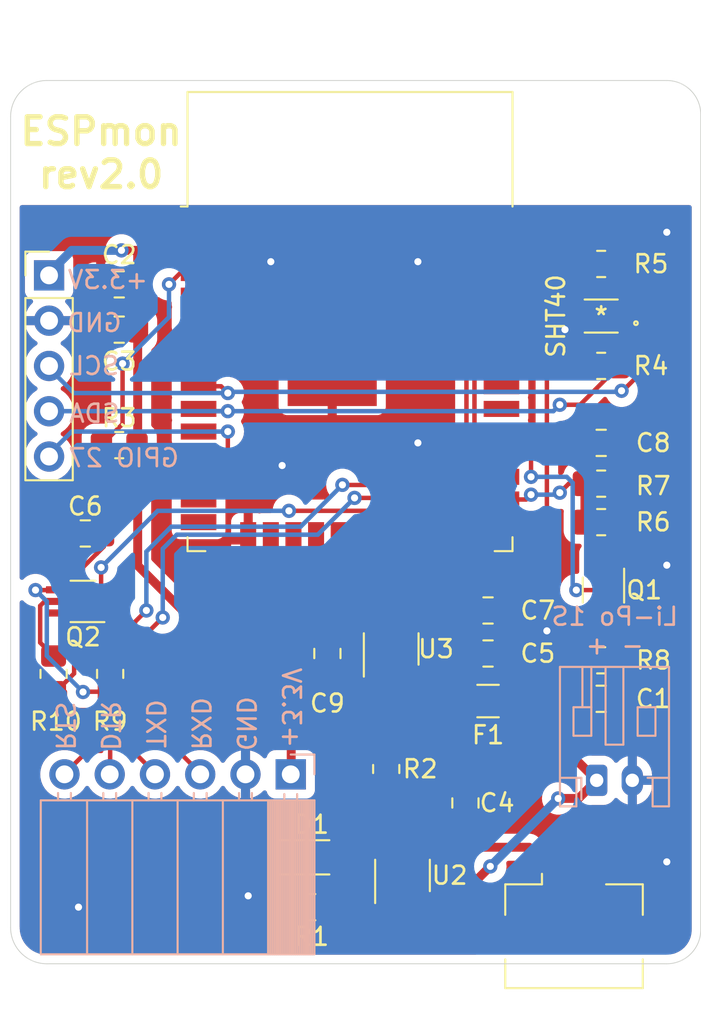
<source format=kicad_pcb>
(kicad_pcb (version 20211014) (generator pcbnew)
  (layers (0 "F.Cu" signal) (31 "B.Cu" signal) (34 "B.Paste" user) (35 "F.Paste" user) (36 "B.SilkS" user "B.Silkscreen") (37 "F.SilkS" user "F.Silkscreen") (38 "B.Mask" user) (39 "F.Mask" user) (44 "Edge.Cuts" user))
  (net 0 "")
  (net 1 "GND")
  (net 2 "+3V3")
  (net 3 "VCC")
  (net 4 "+BATT")
  (net 5 "Net-(D1-Pad1)")
  (net 6 "/ADC_M")
  (net 7 "/SDA")
  (net 8 "/RTS")
  (net 9 "/DTR")
  (net 10 "/TXD")
  (net 11 "/RXD")
  (net 12 "/SCL")
  (net 13 "/EN")
  (net 14 "Net-(Q1-Pad2)")
  (net 15 "Net-(C5-Pad1)")
  (net 16 "/IO0")
  (net 17 "/ADC_E")
  (net 18 "/IO27")
  (net 19 "Net-(Q2-Pad2)")
  (net 20 "Net-(Q1-Pad6)")
  (net 21 "Net-(Q2-Pad5)")
  (net 22 "Net-(R1-Pad2)")
  (net 23 "Net-(R2-Pad1)")
  (footprint "Capacitor_SMD:C_0805_2012Metric_Pad1.18x1.45mm_HandSolder" (layer "F.Cu") (at 183.007 79.121)
    (fp_text reference "C1" (at 2.921 0) (layer "F.SilkS"))
    (fp_text value "1u")
    (pad "1" smd roundrect locked (at -1.0375 0) (size 1.175 1.45) (layers "F.Cu" "F.Paste" "F.Mask") (roundrect_rratio 0.2127659574) (net 4 "+BATT"))
    (pad "2" smd roundrect locked (at 1.0375 0) (size 1.175 1.45) (layers "F.Cu" "F.Paste" "F.Mask") (roundrect_rratio 0.2127659574) (net 1 "GND"))
  )
  (footprint "Capacitor_SMD:C_0805_2012Metric_Pad1.18x1.45mm_HandSolder" (layer "F.Cu") (at 155.956 55.88 180)
    (fp_text reference "C2" (at 0 1.651) (layer "F.SilkS"))
    (fp_text value "100n")
    (pad "1" smd roundrect locked (at -1.0375 0 180) (size 1.175 1.45) (layers "F.Cu" "F.Paste" "F.Mask") (roundrect_rratio 0.2127659574) (net 2 "+3V3"))
    (pad "2" smd roundrect locked (at 1.0375 0 180) (size 1.175 1.45) (layers "F.Cu" "F.Paste" "F.Mask") (roundrect_rratio 0.2127659574) (net 1 "GND"))
  )
  (footprint "Capacitor_SMD:C_0805_2012Metric_Pad1.18x1.45mm_HandSolder" (layer "F.Cu") (at 167.64 76.581 -90)
    (fp_text reference "C9" (at 2.794 0 180) (layer "F.SilkS"))
    (fp_text value "100n")
    (pad "1" smd roundrect locked (at -1.0375 0 270) (size 1.175 1.45) (layers "F.Cu" "F.Paste" "F.Mask") (roundrect_rratio 0.2127659574) (net 2 "+3V3"))
    (pad "2" smd roundrect locked (at 1.0375 0 270) (size 1.175 1.45) (layers "F.Cu" "F.Paste" "F.Mask") (roundrect_rratio 0.2127659574) (net 1 "GND"))
  )
  (footprint "Capacitor_SMD:C_0805_2012Metric_Pad1.18x1.45mm_HandSolder" (layer "F.Cu") (at 183.007 64.77)
    (fp_text reference "C8" (at 2.921 0) (layer "F.SilkS"))
    (fp_text value "1u")
    (pad "1" smd roundrect locked (at -1.0375 0) (size 1.175 1.45) (layers "F.Cu" "F.Paste" "F.Mask") (roundrect_rratio 0.2127659574) (net 6 "/ADC_M"))
    (pad "2" smd roundrect locked (at 1.0375 0) (size 1.175 1.45) (layers "F.Cu" "F.Paste" "F.Mask") (roundrect_rratio 0.2127659574) (net 1 "GND"))
  )
  (footprint "Capacitor_SMD:C_0805_2012Metric_Pad1.18x1.45mm_HandSolder" (layer "F.Cu") (at 176.657 74.168)
    (fp_text reference "C7" (at 2.794 0) (layer "F.SilkS"))
    (fp_text value "2.2u")
    (pad "1" smd roundrect locked (at -1.0375 0) (size 1.175 1.45) (layers "F.Cu" "F.Paste" "F.Mask") (roundrect_rratio 0.2127659574) (net 2 "+3V3"))
    (pad "2" smd roundrect locked (at 1.0375 0) (size 1.175 1.45) (layers "F.Cu" "F.Paste" "F.Mask") (roundrect_rratio 0.2127659574) (net 1 "GND"))
  )
  (footprint "Capacitor_SMD:C_0805_2012Metric_Pad1.18x1.45mm_HandSolder" (layer "F.Cu") (at 154.051 69.85 180)
    (fp_text reference "C6" (at 0 1.524) (layer "F.SilkS"))
    (fp_text value "1u")
    (pad "1" smd roundrect locked (at -1.0375 0 180) (size 1.175 1.45) (layers "F.Cu" "F.Paste" "F.Mask") (roundrect_rratio 0.2127659574) (net 13 "/EN"))
    (pad "2" smd roundrect locked (at 1.0375 0 180) (size 1.175 1.45) (layers "F.Cu" "F.Paste" "F.Mask") (roundrect_rratio 0.2127659574) (net 1 "GND"))
  )
  (footprint "Diode_SMD:D_0805_2012Metric_Pad1.15x1.40mm_HandSolder" (layer "F.Cu") (at 166.751 88.011)
    (fp_text reference "D1" (at 0 -1.8415) (layer "F.SilkS"))
    (fp_text value "red")
    (pad "1" smd roundrect locked (at -1.025 0) (size 1.15 1.4) (layers "F.Cu" "F.Paste" "F.Mask") (roundrect_rratio 0.2173904348) (net 5 "Net-(D1-Pad1)"))
    (pad "2" smd roundrect locked (at 1.025 0) (size 1.15 1.4) (layers "F.Cu" "F.Paste" "F.Mask") (roundrect_rratio 0.2173904348) (net 3 "VCC"))
  )
  (footprint "Fuse:Fuse_1206_3216Metric_Pad1.42x1.75mm_HandSolder" (layer "F.Cu") (at 176.657 79.248 180)
    (fp_text reference "F1" (at 0 -1.905) (layer "F.SilkS"))
    (fp_text value "1206L050")
    (pad "1" smd roundrect locked (at -1.4875 0 180) (size 1.425 1.75) (layers "F.Cu" "F.Paste" "F.Mask") (roundrect_rratio 0.1754385965) (net 4 "+BATT"))
    (pad "2" smd roundrect locked (at 1.4875 0 180) (size 1.425 1.75) (layers "F.Cu" "F.Paste" "F.Mask") (roundrect_rratio 0.1754385965) (net 15 "Net-(C5-Pad1)"))
  )
  (footprint "Connector_USB:USB_Micro-B_Amphenol_10104110_Horizontal" (layer "F.Cu") (at 181.483 91.186)
    (fp_text reference "J4" hide)
    (fp_text value "USB")
    (pad "1" smd rect locked (at -1.3 -1.55) (size 0.4 1.4) (layers "F.Cu" "F.Paste" "F.Mask") (net 3 "VCC"))
    (pad "2" smd rect locked (at -0.65 -1.55) (size 0.4 1.4) (layers "F.Cu" "F.Paste" "F.Mask"))
    (pad "3" smd rect locked (at 0 -1.55) (size 0.4 1.4) (layers "F.Cu" "F.Paste" "F.Mask"))
    (pad "4" smd rect locked (at 0.65 -1.55) (size 0.4 1.4) (layers "F.Cu" "F.Paste" "F.Mask"))
    (pad "5" smd rect locked (at 1.3 -1.55) (size 0.4 1.4) (layers "F.Cu" "F.Paste" "F.Mask") (net 1 "GND"))
    (pad "6" smd rect locked (at -1.15 1.3) (size 1.8 1.9) (layers "F.Cu" "F.Paste" "F.Mask") (net 1 "GND"))
    (pad "6" smd rect locked (at 1.15 1.3) (size 1.8 1.9) (layers "F.Cu" "F.Paste" "F.Mask") (net 1 "GND"))
    (pad "6" smd rect locked (at 3.75 1.3) (size 2.3 1.9) (layers "F.Cu" "F.Paste" "F.Mask") (net 1 "GND"))
    (pad "6" smd rect locked (at -3.75 1.3) (size 2.3 1.9) (layers "F.Cu" "F.Paste" "F.Mask") (net 1 "GND"))
  )
  (footprint "Package_TO_SOT_SMD:SOT-363_SC-70-6_Handsoldering" (layer "F.Cu") (at 183.134 73.025 -90)
    (fp_text reference "Q1" (at 0 -2.286 -180) (layer "F.SilkS"))
    (fp_text value "NTJD1155L")
    (pad "1" smd rect locked (at -1.33 -0.65 270) (size 1.5 0.4) (layers "F.Cu" "F.Paste" "F.Mask") (net 1 "GND"))
    (pad "2" smd rect locked (at -1.33 0 270) (size 1.5 0.4) (layers "F.Cu" "F.Paste" "F.Mask") (net 14 "Net-(Q1-Pad2)"))
    (pad "3" smd rect locked (at -1.33 0.65 270) (size 1.5 0.4) (layers "F.Cu" "F.Paste" "F.Mask") (net 14 "Net-(Q1-Pad2)"))
    (pad "4" smd rect locked (at 1.33 0.65 270) (size 1.5 0.4) (layers "F.Cu" "F.Paste" "F.Mask") (net 4 "+BATT"))
    (pad "5" smd rect locked (at 1.33 0 270) (size 1.5 0.4) (layers "F.Cu" "F.Paste" "F.Mask") (net 17 "/ADC_E"))
    (pad "6" smd rect locked (at 1.33 -0.65 270) (size 1.5 0.4) (layers "F.Cu" "F.Paste" "F.Mask") (net 20 "Net-(Q1-Pad6)"))
  )
  (footprint "Resistor_SMD:R_0805_2012Metric_Pad1.20x1.40mm_HandSolder" (layer "F.Cu") (at 183.007 60.452)
    (fp_text reference "R4" (at 2.794 0) (layer "F.SilkS"))
    (fp_text value "10k")
    (pad "1" smd roundrect locked (at -1 0) (size 1.2 1.4) (layers "F.Cu" "F.Paste" "F.Mask") (roundrect_rratio 0.2083325) (net 2 "+3V3"))
    (pad "2" smd roundrect locked (at 1 0) (size 1.2 1.4) (layers "F.Cu" "F.Paste" "F.Mask") (roundrect_rratio 0.2083325) (net 7 "/SDA"))
  )
  (footprint "Resistor_SMD:R_0805_2012Metric_Pad1.20x1.40mm_HandSolder" (layer "F.Cu") (at 155.956 64.897 180)
    (fp_text reference "R3" (at 0 1.524) (layer "F.SilkS"))
    (fp_text value "10k")
    (pad "1" smd roundrect locked (at -1 0 180) (size 1.2 1.4) (layers "F.Cu" "F.Paste" "F.Mask") (roundrect_rratio 0.2083325) (net 2 "+3V3"))
    (pad "2" smd roundrect locked (at 1 0 180) (size 1.2 1.4) (layers "F.Cu" "F.Paste" "F.Mask") (roundrect_rratio 0.2083325) (net 13 "/EN"))
  )
  (footprint "Resistor_SMD:R_0805_2012Metric_Pad1.20x1.40mm_HandSolder" (layer "F.Cu") (at 155.448 77.724 -90)
    (fp_text reference "R9" (at 2.667 0 180) (layer "F.SilkS"))
    (fp_text value "10k")
    (pad "1" smd roundrect locked (at -1 0 270) (size 1.2 1.4) (layers "F.Cu" "F.Paste" "F.Mask") (roundrect_rratio 0.2083325) (net 19 "Net-(Q2-Pad2)"))
    (pad "2" smd roundrect locked (at 1 0 270) (size 1.2 1.4) (layers "F.Cu" "F.Paste" "F.Mask") (roundrect_rratio 0.2083325) (net 9 "/DTR"))
  )
  (footprint "Resistor_SMD:R_0805_2012Metric_Pad1.20x1.40mm_HandSolder" (layer "F.Cu") (at 152.273 77.724 -90)
    (fp_text reference "R10" (at 2.667 -0.127 180) (layer "F.SilkS"))
    (fp_text value "10k")
    (pad "1" smd roundrect locked (at -1 0 270) (size 1.2 1.4) (layers "F.Cu" "F.Paste" "F.Mask") (roundrect_rratio 0.2083325) (net 21 "Net-(Q2-Pad5)"))
    (pad "2" smd roundrect locked (at 1 0 270) (size 1.2 1.4) (layers "F.Cu" "F.Paste" "F.Mask") (roundrect_rratio 0.2083325) (net 8 "/RTS"))
  )
  (footprint "Resistor_SMD:R_0805_2012Metric_Pad1.20x1.40mm_HandSolder" (layer "F.Cu") (at 183.007 76.962 180)
    (fp_text reference "R8" (at -2.937 0) (layer "F.SilkS"))
    (fp_text value "1m")
    (pad "1" smd roundrect locked (at -1 0 180) (size 1.2 1.4) (layers "F.Cu" "F.Paste" "F.Mask") (roundrect_rratio 0.2083325) (net 20 "Net-(Q1-Pad6)"))
    (pad "2" smd roundrect locked (at 1 0 180) (size 1.2 1.4) (layers "F.Cu" "F.Paste" "F.Mask") (roundrect_rratio 0.2083325) (net 4 "+BATT"))
  )
  (footprint "Resistor_SMD:R_0805_2012Metric_Pad1.20x1.40mm_HandSolder" (layer "F.Cu") (at 183.007 67.056)
    (fp_text reference "R7" (at 2.921 0.127) (layer "F.SilkS"))
    (fp_text value "10k")
    (pad "1" smd roundrect locked (at -1 0) (size 1.2 1.4) (layers "F.Cu" "F.Paste" "F.Mask") (roundrect_rratio 0.2083325) (net 6 "/ADC_M"))
    (pad "2" smd roundrect locked (at 1 0) (size 1.2 1.4) (layers "F.Cu" "F.Paste" "F.Mask") (roundrect_rratio 0.2083325) (net 1 "GND"))
  )
  (footprint "Package_TO_SOT_SMD:TSOT-23-5_HandSoldering" (layer "F.Cu") (at 171.831 89.027 90)
    (fp_text reference "U2" (at 0 2.667 180) (layer "F.SilkS"))
    (fp_text value "TC4054GR")
    (pad "1" smd rect locked (at -1.71 -0.95 90) (size 2 0.65) (layers "F.Cu" "F.Paste" "F.Mask") (net 22 "Net-(R1-Pad2)"))
    (pad "2" smd rect locked (at -1.71 0 90) (size 2 0.65) (layers "F.Cu" "F.Paste" "F.Mask") (net 1 "GND"))
    (pad "3" smd rect locked (at -1.71 0.95 90) (size 2 0.65) (layers "F.Cu" "F.Paste" "F.Mask") (net 4 "+BATT"))
    (pad "4" smd rect locked (at 1.71 0.95 90) (size 2 0.65) (layers "F.Cu" "F.Paste" "F.Mask") (net 3 "VCC"))
    (pad "5" smd rect locked (at 1.71 -0.95 90) (size 2 0.65) (layers "F.Cu" "F.Paste" "F.Mask") (net 23 "Net-(R2-Pad1)"))
  )
  (footprint "Capacitor_SMD:C_0805_2012Metric_Pad1.18x1.45mm_HandSolder" (layer "F.Cu") (at 176.657 76.581)
    (fp_text reference "C5" (at 2.794 0) (layer "F.SilkS"))
    (fp_text value "1u")
    (pad "1" smd roundrect locked (at -1.0375 0) (size 1.175 1.45) (layers "F.Cu" "F.Paste" "F.Mask") (roundrect_rratio 0.212766) (net 15 "Net-(C5-Pad1)"))
    (pad "2" smd roundrect locked (at 1.0375 0) (size 1.175 1.45) (layers "F.Cu" "F.Paste" "F.Mask") (roundrect_rratio 0.212766) (net 1 "GND"))
  )
  (footprint "Resistor_SMD:R_0805_2012Metric_Pad1.20x1.40mm_HandSolder" (layer "F.Cu") (at 166.735 90.805)
    (fp_text reference "R1" (at 0.016 1.651) (layer "F.SilkS"))
    (fp_text value "1k")
    (pad "1" smd roundrect locked (at -1 0) (size 1.2 1.4) (layers "F.Cu" "F.Paste" "F.Mask") (roundrect_rratio 0.208333) (net 5 "Net-(D1-Pad1)"))
    (pad "2" smd roundrect locked (at 1 0) (size 1.2 1.4) (layers "F.Cu" "F.Paste" "F.Mask") (roundrect_rratio 0.208333) (net 22 "Net-(R1-Pad2)"))
  )
  (footprint "Resistor_SMD:R_0805_2012Metric_Pad1.20x1.40mm_HandSolder" (layer "F.Cu") (at 170.942 83.058 90)
    (fp_text reference "R2" (at 0 1.905 180) (layer "F.SilkS"))
    (fp_text value "2k")
    (pad "1" smd roundrect locked (at -1 0 90) (size 1.2 1.4) (layers "F.Cu" "F.Paste" "F.Mask") (roundrect_rratio 0.208333) (net 23 "Net-(R2-Pad1)"))
    (pad "2" smd roundrect locked (at 1 0 90) (size 1.2 1.4) (layers "F.Cu" "F.Paste" "F.Mask") (roundrect_rratio 0.208333) (net 1 "GND"))
  )
  (footprint "Package_TO_SOT_SMD:TSOT-23-5_HandSoldering" (layer "F.Cu") (at 171.196 76.327 90)
    (fp_text reference "U3" (at 0 2.54 180) (layer "F.SilkS"))
    (fp_text value "RT9080-33GJ5S")
    (pad "1" smd rect locked (at -1.71 -0.95 90) (size 2 0.65) (layers "F.Cu" "F.Paste" "F.Mask") (net 15 "Net-(C5-Pad1)"))
    (pad "2" smd rect locked (at -1.71 0 90) (size 2 0.65) (layers "F.Cu" "F.Paste" "F.Mask") (net 1 "GND"))
    (pad "3" smd rect locked (at -1.71 0.95 90) (size 2 0.65) (layers "F.Cu" "F.Paste" "F.Mask") (net 15 "Net-(C5-Pad1)"))
    (pad "4" smd rect locked (at 1.71 0.95 90) (size 2 0.65) (layers "F.Cu" "F.Paste" "F.Mask"))
    (pad "5" smd rect locked (at 1.71 -0.95 90) (size 2 0.65) (layers "F.Cu" "F.Paste" "F.Mask") (net 2 "+3V3"))
  )
  (footprint "SHT40:SHT40-AD1B-R2" (layer "F.Cu") (at 183.007 57.658 180)
    (fp_text reference "U4" hide)
    (fp_text value "SHT40" (at 2.54 0 270) (layer "F.SilkS"))
    (fp_text user "*" (at 0 0) (layer "F.SilkS"))
    (pad "1" smd rect locked (at -0.7469 -0.399999 180) (size 0.706399 0.3056) (layers "F.Cu" "F.Paste" "F.Mask") (net 7 "/SDA"))
    (pad "2" smd rect locked (at -0.7469 0.399999 180) (size 0.706399 0.3056) (layers "F.Cu" "F.Paste" "F.Mask") (net 12 "/SCL"))
    (pad "3" smd rect locked (at 0.7469 0.399999 180) (size 0.706399 0.3056) (layers "F.Cu" "F.Paste" "F.Mask") (net 2 "+3V3"))
    (pad "4" smd rect locked (at 0.7469 -0.399999 180) (size 0.706399 0.3056) (layers "F.Cu" "F.Paste" "F.Mask") (net 1 "GND"))
  )
  (footprint "RF_Module:ESP32-WROOM-32" (layer "F.Cu") (at 168.91 60.96)
    (fp_text reference "U1" hide)
    (fp_text value "ESP32")
    (pad "1" smd rect locked (at -8.5 -8.255) (size 2 0.9) (layers "F.Cu" "F.Paste" "F.Mask") (net 1 "GND"))
    (pad "2" smd rect locked (at -8.5 -6.985) (size 2 0.9) (layers "F.Cu" "F.Paste" "F.Mask") (net 2 "+3V3"))
    (pad "3" smd rect locked (at -8.5 -5.715) (size 2 0.9) (layers "F.Cu" "F.Paste" "F.Mask") (net 13 "/EN"))
    (pad "4" smd rect locked (at -8.5 -4.445) (size 2 0.9) (layers "F.Cu" "F.Paste" "F.Mask"))
    (pad "5" smd rect locked (at -8.5 -3.175) (size 2 0.9) (layers "F.Cu" "F.Paste" "F.Mask"))
    (pad "6" smd rect locked (at -8.5 -1.905) (size 2 0.9) (layers "F.Cu" "F.Paste" "F.Mask"))
    (pad "7" smd rect locked (at -8.5 -0.635) (size 2 0.9) (layers "F.Cu" "F.Paste" "F.Mask"))
    (pad "8" smd rect locked (at -8.5 0.635) (size 2 0.9) (layers "F.Cu" "F.Paste" "F.Mask") (net 12 "/SCL"))
    (pad "9" smd rect locked (at -8.5 1.905) (size 2 0.9) (layers "F.Cu" "F.Paste" "F.Mask") (net 7 "/SDA"))
    (pad "10" smd rect locked (at -8.5 3.175) (size 2 0.9) (layers "F.Cu" "F.Paste" "F.Mask"))
    (pad "11" smd rect locked (at -8.5 4.445) (size 2 0.9) (layers "F.Cu" "F.Paste" "F.Mask"))
    (pad "12" smd rect locked (at -8.5 5.715) (size 2 0.9) (layers "F.Cu" "F.Paste" "F.Mask") (net 18 "/IO27"))
    (pad "13" smd rect locked (at -8.5 6.985) (size 2 0.9) (layers "F.Cu" "F.Paste" "F.Mask"))
    (pad "14" smd rect locked (at -8.5 8.255) (size 2 0.9) (layers "F.Cu" "F.Paste" "F.Mask"))
    (pad "15" smd rect locked (at -5.715 9.255 90) (size 2 0.9) (layers "F.Cu" "F.Paste" "F.Mask") (net 1 "GND"))
    (pad "16" smd rect locked (at -4.445 9.255 90) (size 2 0.9) (layers "F.Cu" "F.Paste" "F.Mask"))
    (pad "17" smd rect locked (at -3.175 9.255 90) (size 2 0.9) (layers "F.Cu" "F.Paste" "F.Mask"))
    (pad "18" smd rect locked (at -1.905 9.255 90) (size 2 0.9) (layers "F.Cu" "F.Paste" "F.Mask"))
    (pad "19" smd rect locked (at -0.635 9.255 90) (size 2 0.9) (layers "F.Cu" "F.Paste" "F.Mask"))
    (pad "20" smd rect locked (at 0.635 9.255 90) (size 2 0.9) (layers "F.Cu" "F.Paste" "F.Mask"))
    (pad "21" smd rect locked (at 1.905 9.255 90) (size 2 0.9) (layers "F.Cu" "F.Paste" "F.Mask"))
    (pad "22" smd rect locked (at 3.175 9.255 90) (size 2 0.9) (layers "F.Cu" "F.Paste" "F.Mask"))
    (pad "23" smd rect locked (at 4.445 9.255 90) (size 2 0.9) (layers "F.Cu" "F.Paste" "F.Mask"))
    (pad "24" smd rect locked (at 5.715 9.255 90) (size 2 0.9) (layers "F.Cu" "F.Paste" "F.Mask"))
    (pad "25" smd rect locked (at 8.5 8.255) (size 2 0.9) (layers "F.Cu" "F.Paste" "F.Mask") (net 16 "/IO0"))
    (pad "26" smd rect locked (at 8.5 6.985) (size 2 0.9) (layers "F.Cu" "F.Paste" "F.Mask") (net 6 "/ADC_M"))
    (pad "27" smd rect locked (at 8.5 5.715) (size 2 0.9) (layers "F.Cu" "F.Paste" "F.Mask"))
    (pad "28" smd rect locked (at 8.5 4.445) (size 2 0.9) (layers "F.Cu" "F.Paste" "F.Mask"))
    (pad "29" smd rect locked (at 8.5 3.175) (size 2 0.9) (layers "F.Cu" "F.Paste" "F.Mask") (net 17 "/ADC_E"))
    (pad "30" smd rect locked (at 8.5 1.905) (size 2 0.9) (layers "F.Cu" "F.Paste" "F.Mask"))
    (pad "31" smd rect locked (at 8.5 0.635) (size 2 0.9) (layers "F.Cu" "F.Paste" "F.Mask"))
    (pad "32" smd rect locked (at 8.5 -0.635) (size 2 0.9) (layers "F.Cu" "F.Paste" "F.Mask"))
    (pad "33" smd rect locked (at 8.5 -1.905) (size 2 0.9) (layers "F.Cu" "F.Paste" "F.Mask"))
    (pad "34" smd rect locked (at 8.5 -3.175) (size 2 0.9) (layers "F.Cu" "F.Paste" "F.Mask") (net 11 "/RXD"))
    (pad "35" smd rect locked (at 8.5 -4.445) (size 2 0.9) (layers "F.Cu" "F.Paste" "F.Mask") (net 10 "/TXD"))
    (pad "36" smd rect locked (at 8.5 -5.715) (size 2 0.9) (layers "F.Cu" "F.Paste" "F.Mask"))
    (pad "37" smd rect locked (at 8.5 -6.985) (size 2 0.9) (layers "F.Cu" "F.Paste" "F.Mask"))
    (pad "38" smd rect locked (at 8.5 -8.255) (size 2 0.9) (layers "F.Cu" "F.Paste" "F.Mask") (net 1 "GND"))
    (pad "39" smd rect locked (at -1 -0.755) (size 5 5) (layers "F.Cu" "F.Paste" "F.Mask") (net 1 "GND"))
  )
  (footprint "Capacitor_SMD:C_0805_2012Metric_Pad1.18x1.45mm_HandSolder" (layer "F.Cu") (at 155.956 58.42 180)
    (fp_text reference "C3" (at 0 -1.778) (layer "F.SilkS"))
    (fp_text value "10u")
    (pad "1" smd roundrect locked (at -1.0375 0 180) (size 1.175 1.45) (layers "F.Cu" "F.Paste" "F.Mask") (roundrect_rratio 0.212766) (net 2 "+3V3"))
    (pad "2" smd roundrect locked (at 1.0375 0 180) (size 1.175 1.45) (layers "F.Cu" "F.Paste" "F.Mask") (roundrect_rratio 0.212766) (net 1 "GND"))
  )
  (footprint "Package_TO_SOT_SMD:SOT-363_SC-70-6_Handsoldering" (layer "F.Cu") (at 153.924 73.66 180)
    (fp_text reference "Q2" (at 0 -2) (layer "F.SilkS"))
    (fp_text value "MMDT3904")
    (pad "1" smd rect locked (at -1.33 -0.65 180) (size 1.5 0.4) (layers "F.Cu" "F.Paste" "F.Mask") (net 8 "/RTS"))
    (pad "2" smd rect locked (at -1.33 0 180) (size 1.5 0.4) (layers "F.Cu" "F.Paste" "F.Mask") (net 19 "Net-(Q2-Pad2)"))
    (pad "3" smd rect locked (at -1.33 0.65 180) (size 1.5 0.4) (layers "F.Cu" "F.Paste" "F.Mask") (net 16 "/IO0"))
    (pad "4" smd rect locked (at 1.33 0.65 180) (size 1.5 0.4) (layers "F.Cu" "F.Paste" "F.Mask") (net 9 "/DTR"))
    (pad "5" smd rect locked (at 1.33 0 180) (size 1.5 0.4) (layers "F.Cu" "F.Paste" "F.Mask") (net 21 "Net-(Q2-Pad5)"))
    (pad "6" smd rect locked (at 1.33 -0.65 180) (size 1.5 0.4) (layers "F.Cu" "F.Paste" "F.Mask") (net 13 "/EN"))
  )
  (footprint "Resistor_SMD:R_0805_2012Metric_Pad1.20x1.40mm_HandSolder" (layer "F.Cu") (at 183.007 54.737)
    (fp_text reference "R5" (at 2.794 0) (layer "F.SilkS"))
    (fp_text value "10k")
    (pad "1" smd roundrect locked (at -1 0) (size 1.2 1.4) (layers "F.Cu" "F.Paste" "F.Mask") (roundrect_rratio 0.208333) (net 2 "+3V3"))
    (pad "2" smd roundrect locked (at 1 0) (size 1.2 1.4) (layers "F.Cu" "F.Paste" "F.Mask") (roundrect_rratio 0.208333) (net 12 "/SCL"))
  )
  (footprint "Capacitor_SMD:C_0805_2012Metric_Pad1.18x1.45mm_HandSolder" (layer "F.Cu") (at 175.387 84.963 90)
    (fp_text reference "C4" (at 0 1.778 180) (layer "F.SilkS"))
    (fp_text value "1u")
    (pad "1" smd roundrect locked (at -1.0375 0 90) (size 1.175 1.45) (layers "F.Cu" "F.Paste" "F.Mask") (roundrect_rratio 0.212766) (net 3 "VCC"))
    (pad "2" smd roundrect locked (at 1.0375 0 90) (size 1.175 1.45) (layers "F.Cu" "F.Paste" "F.Mask") (roundrect_rratio 0.212766) (net 1 "GND"))
  )
  (footprint "Resistor_SMD:R_0805_2012Metric_Pad1.20x1.40mm_HandSolder" (layer "F.Cu") (at 183.007 69.215 180)
    (fp_text reference "R6" (at -2.921 0) (layer "F.SilkS"))
    (fp_text value "100k")
    (pad "1" smd roundrect locked (at -1 0 180) (size 1.2 1.4) (layers "F.Cu" "F.Paste" "F.Mask") (roundrect_rratio 0.208333) (net 14 "Net-(Q1-Pad2)"))
    (pad "2" smd roundrect locked (at 1 0 180) (size 1.2 1.4) (layers "F.Cu" "F.Paste" "F.Mask") (roundrect_rratio 0.208333) (net 6 "/ADC_M"))
  )
  (footprint "Connector_PinHeader_2.54mm:PinHeader_1x05_P2.54mm_Vertical" (layer "F.Cu") (at 152.019 55.377)
    (fp_text reference "J1" hide)
    (fp_text value "I2C")
    (pad "1" thru_hole rect locked (at 0 0) (size 1.7 1.7) (drill 1) (layers *.Cu *.Mask) (net 2 "+3V3"))
    (pad "2" thru_hole oval locked (at 0 2.54) (size 1.7 1.7) (drill 1) (layers *.Cu *.Mask) (net 1 "GND"))
    (pad "3" thru_hole oval locked (at 0 5.08) (size 1.7 1.7) (drill 1) (layers *.Cu *.Mask) (net 12 "/SCL"))
    (pad "4" thru_hole oval locked (at 0 7.62) (size 1.7 1.7) (drill 1) (layers *.Cu *.Mask) (net 7 "/SDA"))
    (pad "5" thru_hole oval locked (at 0 10.16) (size 1.7 1.7) (drill 1) (layers *.Cu *.Mask) (net 18 "/IO27"))
  )
  (footprint "Connector_JST:JST_PH_S2B-PH-K_1x02_P2.00mm_Horizontal" (layer "B.Cu") (at 182.753 83.693)
    (fp_text reference "J3" hide)
    (fp_text value "BAT")
    (pad "1" thru_hole roundrect locked (at 0 0) (size 1.2 1.75) (drill 0.75) (layers *.Cu *.Mask) (roundrect_rratio 0.208333) (net 4 "+BATT"))
    (pad "2" thru_hole oval locked (at 2 0) (size 1.2 1.75) (drill 0.75) (layers *.Cu *.Mask) (net 1 "GND"))
  )
  (footprint "Connector_PinSocket_2.54mm:PinSocket_1x06_P2.54mm_Horizontal" (layer "B.Cu") (at 165.583 83.357 90)
    (fp_text reference "J2" hide)
    (fp_text value "UART")
    (pad "1" thru_hole rect locked (at 0 0 90) (size 1.7 1.7) (drill 1) (layers *.Cu *.Mask) (net 2 "+3V3"))
    (pad "2" thru_hole oval locked (at 0 -2.54 90) (size 1.7 1.7) (drill 1) (layers *.Cu *.Mask) (net 1 "GND"))
    (pad "3" thru_hole oval locked (at 0 -5.08 90) (size 1.7 1.7) (drill 1) (layers *.Cu *.Mask) (net 11 "/RXD"))
    (pad "4" thru_hole oval locked (at 0 -7.62 90) (size 1.7 1.7) (drill 1) (layers *.Cu *.Mask) (net 10 "/TXD"))
    (pad "5" thru_hole oval locked (at 0 -10.16 90) (size 1.7 1.7) (drill 1) (layers *.Cu *.Mask) (net 9 "/DTR"))
    (pad "6" thru_hole oval locked (at 0 -12.7 90) (size 1.7 1.7) (drill 1) (layers *.Cu *.Mask) (net 8 "/RTS"))
  )
  (gr_line (start 186.69 93.98) (end 151.892 93.98) (layer "Edge.Cuts") (width 0.05))
  (gr_arc (start 151.892 93.98) (mid 150.455159 93.384841) (end 149.86 91.948) (layer "Edge.Cuts") (width 0.05))
  (gr_arc (start 188.595 92.075) (mid 188.037038 93.422038) (end 186.69 93.98) (layer "Edge.Cuts") (width 0.05))
  (gr_arc (start 149.86 46.482) (mid 150.455159 45.045159) (end 151.892 44.45) (layer "Edge.Cuts") (width 0.05))
  (gr_line (start 188.595 46.355) (end 188.595 92.075) (layer "Edge.Cuts") (width 0.05))
  (gr_line (start 151.892 44.45) (end 186.69 44.45) (layer "Edge.Cuts") (width 0.05))
  (gr_arc (start 186.69 44.45) (mid 188.037038 45.007962) (end 188.595 46.355) (layer "Edge.Cuts") (width 0.05))
  (gr_line (start 149.86 91.948) (end 149.86 46.482) (layer "Edge.Cuts") (width 0.05))
  (gr_text "SDA" (at 154.559 63.119) (layer "B.SilkS") (effects (font (size 1 1)) (justify mirror)))
  (gr_text "+3.3V" (at 165.608 79.629 -90) (layer "B.SilkS") (effects (font (size 1 1)) (justify mirror)))
  (gr_text "Li-Po 1S\n- +" (at 183.769 75.311) (layer "B.SilkS") (effects (font (size 1 1)) (justify mirror)))
  (gr_text "RTS" (at 152.908 80.645 -90) (layer "B.SilkS") (effects (font (size 1 1)) (justify mirror)))
  (gr_text "DTR" (at 155.448 80.645 -90) (layer "B.SilkS") (effects (font (size 1 1)) (justify mirror)))
  (gr_text "SCL\n" (at 154.559 60.452) (layer "B.SilkS") (effects (font (size 1 1)) (justify mirror)))
  (gr_text "GPIO 27\n\n" (at 156.21 66.421) (layer "B.SilkS") (effects (font (size 1 1)) (justify mirror)))
  (gr_text "+3.3V" (at 155.321 55.626) (layer "B.SilkS") (effects (font (size 1 1)) (justify mirror)))
  (gr_text "RXD" (at 160.528 80.518 -90) (layer "B.SilkS") (effects (font (size 1 1)) (justify mirror)))
  (gr_text "GND" (at 163.068 80.518 -90) (layer "B.SilkS") (effects (font (size 1 1)) (justify mirror)))
  (gr_text "TXD" (at 157.988 80.518 -90) (layer "B.SilkS") (effects (font (size 1 1)) (justify mirror)))
  (gr_text "GND" (at 154.559 58.039) (layer "B.SilkS") (effects (font (size 1 1)) (justify mirror)))
  (gr_text "ESPmon\nrev2.0" (at 154.94 48.514) (layer "F.SilkS") (effects (font (size 1.5 1.5) (thickness 0.3))))
  (segment (start 171.831 90.8685) (end 171.831 92.5195) (width 0.5) (layer "F.Cu") (net 1))
  (segment (start 171.196 78.037) (end 171.196 80.0735) (width 0.5) (layer "F.Cu") (net 1))
  (via (at 165.1 66.04) (size 0.8) (drill 0.4) (layers "F.Cu" "B.Cu") (net 1))
  (via (at 164.465 54.61) (size 0.8) (drill 0.4) (layers "F.Cu" "B.Cu") (net 1))
  (via (at 172.72 64.77) (size 0.8) (drill 0.4) (layers "F.Cu" "B.Cu") (net 1))
  (via (at 163.195 90.17) (size 0.8) (drill 0.4) (layers "F.Cu" "B.Cu") (net 1))
  (via (at 186.69 52.959) (size 0.8) (drill 0.4) (layers "F.Cu" "B.Cu") (net 1))
  (via (at 186.69 88.265) (size 0.8) (drill 0.4) (layers "F.Cu" "B.Cu") (net 1))
  (via (at 179.959 75.311) (size 0.8) (drill 0.4) (layers "F.Cu" "B.Cu") (net 1))
  (via (at 186.69 71.628) (size 0.8) (drill 0.4) (layers "F.Cu" "B.Cu") (net 1))
  (via (at 180.975 58.42) (size 0.8) (drill 0.4) (layers "F.Cu" "B.Cu") (net 1))
  (via (at 172.72 54.61) (size 0.8) (drill 0.4) (layers "F.Cu" "B.Cu") (net 1))
  (via (at 153.67 90.805) (size 0.8) (drill 0.4) (layers "F.Cu" "B.Cu") (net 1))
  (segment (start 156.9935 54.1235) (end 156.845 53.975) (width 0.5) (layer "F.Cu") (net 2))
  (segment (start 175.641 72.898) (end 178.943 72.898) (width 0.25) (layer "F.Cu") (net 2))
  (segment (start 178.943 72.898) (end 179.959 71.882) (width 0.25) (layer "F.Cu") (net 2))
  (segment (start 159.512 74.168) (end 165.608 74.168) (width 0.5) (layer "F.Cu") (net 2))
  (segment (start 171.069 72.898) (end 170.246 73.721) (width 0.25) (layer "F.Cu") (net 2))
  (segment (start 171.069 72.898) (end 175.641 72.898) (width 0.25) (layer "F.Cu") (net 2))
  (segment (start 169.797 74.168) (end 170.246 74.617) (width 0.5) (layer "F.Cu") (net 2))
  (segment (start 179.959 60.579) (end 179.959 56.912) (width 0.25) (layer "F.Cu") (net 2))
  (segment (start 165.608 74.168) (end 167.64 74.168) (width 0.5) (layer "F.Cu") (net 2))
  (segment (start 165.608 83.312) (end 165.608 74.168) (width 0.5) (layer "F.Cu") (net 2))
  (segment (start 156.9935 58.42) (end 156.9935 71.6495) (width 0.5) (layer "F.Cu") (net 2))
  (segment (start 170.246 73.721) (end 170.246 74.617) (width 0.25) (layer "F.Cu") (net 2))
  (segment (start 179.959 71.882) (end 179.959 60.579) (width 0.25) (layer "F.Cu") (net 2))
  (segment (start 182.007 60.452) (end 180.086 60.452) (width 0.25) (layer "F.Cu") (net 2))
  (segment (start 156.9935 55.372) (end 156.9935 54.1235) (width 0.5) (layer "F.Cu") (net 2))
  (segment (start 182.2601 57.258001) (end 182.2601 55.1171) (width 0.25) (layer "F.Cu") (net 2))
  (segment (start 167.64 74.168) (end 169.797 74.168) (width 0.5) (layer "F.Cu") (net 2))
  (segment (start 156.9935 71.6495) (end 159.512 74.168) (width 0.5) (layer "F.Cu") (net 2))
  (segment (start 179.959 56.912) (end 182.007 54.864) (width 0.25) (layer "F.Cu") (net 2))
  (segment (start 167.767 75.5435) (end 167.767 74.295) (width 0.25) (layer "F.Cu") (net 2))
  (segment (start 167.767 74.295) (end 167.64 74.168) (width 0.25) (layer "F.Cu") (net 2))
  (segment (start 180.086 60.452) (end 179.959 60.579) (width 0.25) (layer "F.Cu") (net 2))
  (segment (start 175.6195 72.9195) (end 175.641 72.898) (width 0.25) (layer "F.Cu") (net 2))
  (segment (start 160.41 53.975) (end 156.845 53.975) (width 0.5) (layer "F.Cu") (net 2))
  (segment (start 175.6195 74.168) (end 175.6195 72.9195) (width 0.25) (layer "F.Cu") (net 2))
  (segment (start 156.9935 58.42) (end 156.9935 55.372) (width 0.5) (layer "F.Cu") (net 2))
  (segment (start 156.083 53.975) (end 156.845 53.975) (width 0.5) (layer "F.Cu") (net 2))
  (via (at 156.083 53.975) (size 0.8) (drill 0.4) (layers "F.Cu" "B.Cu") (net 2))
  (segment (start 153.289 53.975) (end 151.892 55.372) (width 0.5) (layer "B.Cu") (net 2))
  (segment (start 156.083 53.975) (end 153.289 53.975) (width 0.5) (layer "B.Cu") (net 2))
  (segment (start 175.319 87.444) (end 178.950999 87.444) (width 0.5) (layer "F.Cu") (net 3))
  (segment (start 178.950999 87.444) (end 180.183 88.676001) (width 0.5) (layer "F.Cu") (net 3))
  (segment (start 175.387 87.376) (end 175.319 87.444) (width 0.25) (layer "F.Cu") (net 3))
  (segment (start 167.776 88.011) (end 168.534001 88.769001) (width 0.25) (layer "F.Cu") (net 3))
  (segment (start 168.534001 88.769001) (end 171.455999 88.769001) (width 0.25) (layer "F.Cu") (net 3))
  (segment (start 180.183 89.786) (end 180.183 88.676001) (width 0.5) (layer "F.Cu") (net 3))
  (segment (start 171.455999 88.769001) (end 172.781 87.444) (width 0.25) (layer "F.Cu") (net 3))
  (segment (start 175.387 86.0005) (end 175.387 87.376) (width 0.25) (layer "F.Cu") (net 3))
  (segment (start 172.781 87.444) (end 175.319 87.444) (width 0.5) (layer "F.Cu") (net 3))
  (segment (start 174.439 90.864) (end 176.784 88.519) (width 0.5) (layer "F.Cu") (net 4))
  (segment (start 182.484 76.485) (end 182.007 76.962) (width 0.25) (layer "F.Cu") (net 4))
  (segment (start 181.737 84.709) (end 182.753 83.693) (width 0.5) (layer "F.Cu") (net 4))
  (segment (start 182.484 74.355) (end 182.484 76.485) (width 0.25) (layer "F.Cu") (net 4))
  (segment (start 178.308 79.248) (end 180.2765 81.2165) (width 0.5) (layer "F.Cu") (net 4))
  (segment (start 180.2765 81.2165) (end 182.753 83.693) (width 0.5) (layer "F.Cu") (net 4))
  (segment (start 172.781 90.864) (end 174.439 90.864) (width 0.5) (layer "F.Cu") (net 4))
  (segment (start 180.594 84.709) (end 181.737 84.709) (width 0.5) (layer "F.Cu") (net 4))
  (segment (start 181.9695 79.5235) (end 180.2765 81.2165) (width 0.25) (layer "F.Cu") (net 4))
  (segment (start 181.9695 79.121) (end 181.9695 76.9995) (width 0.25) (layer "F.Cu") (net 4))
  (via (at 176.784 88.519) (size 0.8) (drill 0.4) (layers "F.Cu" "B.Cu") (net 4))
  (via (at 180.594 84.709) (size 0.8) (drill 0.4) (layers "F.Cu" "B.Cu") (net 4))
  (segment (start 176.784 88.519) (end 180.594 84.709) (width 0.5) (layer "B.Cu") (net 4))
  (segment (start 165.726 88.011) (end 165.726 90.78) (width 0.25) (layer "F.Cu") (net 5))
  (segment (start 181.9695 64.77) (end 181.9695 69.1775) (width 0.25) (layer "F.Cu") (net 6))
  (segment (start 180.683511 67.564) (end 181.191511 67.056) (width 0.25) (layer "F.Cu") (net 6))
  (segment (start 179.07 67.674503) (end 178.799503 67.945) (width 0.25) (layer "F.Cu") (net 6))
  (segment (start 181.191511 67.056) (end 182.007 67.056) (width 0.25) (layer "F.Cu") (net 6))
  (segment (start 178.799503 67.945) (end 177.41 67.945) (width 0.25) (layer "F.Cu") (net 6))
  (via (at 180.683511 67.564) (size 0.8) (drill 0.4) (layers "F.Cu" "B.Cu") (net 6))
  (via (at 179.07 67.674503) (size 0.8) (drill 0.4) (layers "F.Cu" "B.Cu") (net 6))
  (segment (start 180.573008 67.674503) (end 179.07 67.674503) (width 0.25) (layer "B.Cu") (net 6))
  (segment (start 180.683511 67.564) (end 180.573008 67.674503) (width 0.25) (layer "B.Cu") (net 6))
  (segment (start 162.052 62.992) (end 160.537 62.992) (width 0.25) (layer "F.Cu") (net 7))
  (segment (start 183.7539 58.057999) (end 183.7539 60.1989) (width 0.25) (layer "F.Cu") (net 7))
  (segment (start 181.826653 62.632347) (end 184.007 60.452) (width 0.25) (layer "F.Cu") (net 7))
  (segment (start 180.6835 62.632347) (end 181.826653 62.632347) (width 0.25) (layer "F.Cu") (net 7))
  (via (at 180.6835 62.632347) (size 0.8) (drill 0.4) (layers "F.Cu" "B.Cu") (net 7))
  (via (at 162.052 62.992) (size 0.8) (drill 0.4) (layers "F.Cu" "B.Cu") (net 7))
  (segment (start 151.892 62.992) (end 162.052 62.992) (width 0.25) (layer "B.Cu") (net 7))
  (segment (start 162.052 62.992) (end 180.323847 62.992) (width 0.25) (layer "B.Cu") (net 7))
  (segment (start 180.323847 62.992) (end 180.6835 62.632347) (width 0.25) (layer "B.Cu") (net 7))
  (segment (start 152.908 78.724) (end 152.908 79.248) (width 0.25) (layer "F.Cu") (net 8))
  (segment (start 154.178 82.042) (end 154.94 82.042) (width 0.25) (layer "F.Cu") (net 8))
  (segment (start 152.4 78.724) (end 153.42501 77.69899) (width 0.25) (layer "F.Cu") (net 8))
  (segment (start 152.908 83.312) (end 154.178 82.042) (width 0.25) (layer "F.Cu") (net 8))
  (segment (start 153.42501 75.82499) (end 154.94 74.31) (width 0.25) (layer "F.Cu") (net 8))
  (segment (start 152.4 78.74) (end 152.4 78.724) (width 0.25) (layer "F.Cu") (net 8))
  (segment (start 153.42501 77.69899) (end 153.42501 75.82499) (width 0.25) (layer "F.Cu") (net 8))
  (segment (start 154.94 80.01) (end 154.686 79.756) (width 0.25) (layer "F.Cu") (net 8))
  (segment (start 154.94 82.042) (end 154.94 80.01) (width 0.25) (layer "F.Cu") (net 8))
  (segment (start 153.416 79.756) (end 152.4 78.74) (width 0.25) (layer "F.Cu") (net 8))
  (segment (start 154.686 79.756) (end 153.416 79.756) (width 0.25) (layer "F.Cu") (net 8))
  (segment (start 153.94 78.724) (end 153.924 78.74) (width 0.25) (layer "F.Cu") (net 9))
  (segment (start 155.448 83.312) (end 155.448 78.724) (width 0.25) (layer "F.Cu") (net 9))
  (segment (start 155.448 78.724) (end 153.94 78.724) (width 0.25) (layer "F.Cu") (net 9))
  (segment (start 151.257 73.025) (end 153.025 73.025) (width 0.25) (layer "F.Cu") (net 9))
  (via (at 153.924 78.74) (size 0.8) (drill 0.4) (layers "F.Cu" "B.Cu") (net 9))
  (via (at 151.257 73.025) (size 0.8) (drill 0.4) (layers "F.Cu" "B.Cu") (net 9))
  (segment (start 151.892 73.66) (end 151.257 73.025) (width 0.25) (layer "B.Cu") (net 9))
  (segment (start 153.924 78.74) (end 151.892 76.708) (width 0.25) (layer "B.Cu") (net 9))
  (segment (start 151.892 76.708) (end 151.892 73.66) (width 0.25) (layer "B.Cu") (net 9))
  (segment (start 175.44548 57.34552) (end 176.276 56.515) (width 0.25) (layer "F.Cu") (net 10))
  (segment (start 157.988 83.312) (end 156.844521 82.168521) (width 0.25) (layer "F.Cu") (net 10))
  (segment (start 176.276 56.515) (end 177.41 56.515) (width 0.25) (layer "F.Cu") (net 10))
  (segment (start 156.844521 74.803479) (end 157.48 74.168) (width 0.25) (layer "F.Cu") (net 10))
  (segment (start 168.482834 67.124051) (end 168.489772 67.130989) (width 0.25) (layer "F.Cu") (net 10))
  (segment (start 174.804011 67.130989) (end 175.44548 66.48952) (width 0.25) (layer "F.Cu") (net 10))
  (segment (start 156.844521 82.168521) (end 156.844521 74.803479) (width 0.25) (layer "F.Cu") (net 10))
  (segment (start 168.489772 67.130989) (end 174.804011 67.130989) (width 0.25) (layer "F.Cu") (net 10))
  (segment (start 175.44548 66.48952) (end 175.44548 57.34552) (width 0.25) (layer "F.Cu") (net 10))
  (via (at 157.48 74.168) (size 0.8) (drill 0.4) (layers "F.Cu" "B.Cu") (net 10))
  (via (at 168.482834 67.124051) (size 0.8) (drill 0.4) (layers "F.Cu" "B.Cu") (net 10))
  (segment (start 157.48 70.866) (end 158.877 69.469) (width 0.25) (layer "B.Cu") (net 10))
  (segment (start 157.48 74.168) (end 157.48 70.866) (width 0.25) (layer "B.Cu") (net 10))
  (segment (start 166.137885 69.469) (end 168.482834 67.124051) (width 0.25) (layer "B.Cu") (net 10))
  (segment (start 158.877 69.469) (end 166.137885 69.469) (width 0.25) (layer "B.Cu") (net 10))
  (segment (start 159.004 81.788) (end 158.242 81.788) (width 0.25) (layer "F.Cu") (net 11))
  (segment (start 176.16 57.785) (end 177.41 57.785) (width 0.25) (layer "F.Cu") (net 11))
  (segment (start 160.528 83.312) (end 159.004 81.788) (width 0.25) (layer "F.Cu") (net 11))
  (segment (start 158.242 81.788) (end 157.294041 80.840041) (width 0.25) (layer "F.Cu") (net 11))
  (segment (start 175.3495 67.8555) (end 175.895 67.31) (width 0.25) (layer "F.Cu") (net 11))
  (segment (start 157.294041 80.840041) (end 157.294041 75.666369) (width 0.25) (layer "F.Cu") (net 11))
  (segment (start 175.895 58.05) (end 176.16 57.785) (width 0.25) (layer "F.Cu") (net 11))
  (segment (start 175.895 67.31) (end 175.895 58.05) (width 0.25) (layer "F.Cu") (net 11))
  (segment (start 169.164 67.8555) (end 175.3495 67.8555) (width 0.25) (layer "F.Cu") (net 11))
  (segment (start 157.294041 75.666369) (end 158.398687 74.561723) (width 0.25) (layer "F.Cu") (net 11))
  (via (at 169.164 67.8555) (size 0.8) (drill 0.4) (layers "F.Cu" "B.Cu") (net 11))
  (via (at 158.398687 74.561723) (size 0.8) (drill 0.4) (layers "F.Cu" "B.Cu") (net 11))
  (segment (start 158.398687 74.561723) (end 158.398687 70.709313) (width 0.25) (layer "B.Cu") (net 11))
  (segment (start 159.18948 69.91852) (end 167.10098 69.91852) (width 0.25) (layer "B.Cu") (net 11))
  (segment (start 167.10098 69.91852) (end 169.164 67.8555) (width 0.25) (layer "B.Cu") (net 11))
  (segment (start 158.398687 70.709313) (end 159.18948 69.91852) (width 0.25) (layer "B.Cu") (net 11))
  (segment (start 162.052 61.976) (end 161.671 61.595) (width 0.25) (layer "F.Cu") (net 12))
  (segment (start 184.93152 61.139973) (end 184.93152 58.080598) (width 0.25) (layer "F.Cu") (net 12))
  (segment (start 184.108923 57.258001) (end 183.7539 57.258001) (width 0.25) (layer "F.Cu") (net 12))
  (segment (start 184.222493 61.849) (end 184.93152 61.139973) (width 0.25) (layer "F.Cu") (net 12))
  (segment (start 184.93152 58.080598) (end 184.108923 57.258001) (width 0.25) (layer "F.Cu") (net 12))
  (segment (start 161.671 61.595) (end 160.41 61.595) (width 0.25) (layer "F.Cu") (net 12))
  (segment (start 184.15 61.849) (end 184.222493 61.849) (width 0.25) (layer "F.Cu") (net 12))
  (segment (start 183.7539 57.258001) (end 183.7539 55.1171) (width 0.25) (layer "F.Cu") (net 12))
  (via (at 184.15 61.849) (size 0.8) (drill 0.4) (layers "F.Cu" "B.Cu") (net 12))
  (via (at 162.052 61.976) (size 0.8) (drill 0.4) (layers "F.Cu" "B.Cu") (net 12))
  (segment (start 153.416 61.976) (end 151.892 60.452) (width 0.25) (layer "B.Cu") (net 12))
  (segment (start 184.15 61.849) (end 184.091153 61.907847) (width 0.25) (layer "B.Cu") (net 12))
  (segment (start 162.120153 61.907847) (end 162.052 61.976) (width 0.25) (layer "B.Cu") (net 12))
  (segment (start 162.052 61.976) (end 153.416 61.976) (width 0.25) (layer "B.Cu") (net 12))
  (segment (start 184.091153 61.907847) (end 162.120153 61.907847) (width 0.25) (layer "B.Cu") (net 12))
  (segment (start 154.677386 70.993) (end 154.686 70.993) (width 0.25) (layer "F.Cu") (net 13))
  (segment (start 158.75 55.88) (end 159.385 55.245) (width 0.25) (layer "F.Cu") (net 13))
  (segment (start 159.385 55.245) (end 160.41 55.245) (width 0.25) (layer "F.Cu") (net 13))
  (segment (start 154.686 70.993) (end 155.0885 70.5905) (width 0.25) (layer "F.Cu") (net 13))
  (segment (start 153.924 74.001) (end 153.924 71.746386) (width 0.25) (layer "F.Cu") (net 13))
  (segment (start 155.0885 69.85) (end 156.337 68.6015) (width 0.25) (layer "F.Cu") (net 13))
  (segment (start 156.337 66.278) (end 154.956 64.897) (width 0.25) (layer "F.Cu") (net 13))
  (segment (start 156.144 63.709) (end 156.144 60.325) (width 0.25) (layer "F.Cu") (net 13))
  (segment (start 155.0885 70.5905) (end 155.0885 69.85) (width 0.25) (layer "F.Cu") (net 13))
  (segment (start 156.337 68.6015) (end 156.337 66.278) (width 0.25) (layer "F.Cu") (net 13))
  (segment (start 153.615 74.31) (end 153.924 74.001) (width 0.25) (layer "F.Cu") (net 13))
  (segment (start 153.924 71.746386) (end 154.677386 70.993) (width 0.25) (layer "F.Cu") (net 13))
  (segment (start 153.04 74.31) (end 153.615 74.31) (width 0.25) (layer "F.Cu") (net 13))
  (segment (start 154.956 64.897) (end 156.144 63.709) (width 0.25) (layer "F.Cu") (net 13))
  (via (at 158.75 55.88) (size 0.8) (drill 0.4) (layers "F.Cu" "B.Cu") (net 13))
  (via (at 156.144 60.325) (size 0.8) (drill 0.4) (layers "F.Cu" "B.Cu") (net 13))
  (segment (start 156.144 60.325) (end 158.75 57.719) (width 0.25) (layer "B.Cu") (net 13))
  (segment (start 158.75 57.719) (end 158.75 55.88) (width 0.25) (layer "B.Cu") (net 13))
  (segment (start 183.134 70.088) (end 183.134 71.695) (width 0.25) (layer "F.Cu") (net 14))
  (segment (start 182.484 71.695) (end 183.134 71.695) (width 0.25) (layer "F.Cu") (net 14))
  (segment (start 184.007 69.215) (end 183.134 70.088) (width 0.25) (layer "F.Cu") (net 14))
  (segment (start 170.510999 76.586999) (end 170.246 76.851998) (width 0.5) (layer "F.Cu") (net 15))
  (segment (start 172.217999 76.586999) (end 172.217999 77.965001) (width 0.5) (layer "F.Cu") (net 15))
  (segment (start 174.879 79.248) (end 173.5455 77.9145) (width 0.5) (layer "F.Cu") (net 15))
  (segment (start 173.5455 77.9145) (end 172.217999 76.586999) (width 0.5) (layer "F.Cu") (net 15))
  (segment (start 170.246 76.851998) (end 170.246 78.037) (width 0.5) (layer "F.Cu") (net 15))
  (segment (start 175.006 76.454) (end 173.5455 77.9145) (width 0.25) (layer "F.Cu") (net 15))
  (segment (start 175.6195 76.454) (end 175.006 76.454) (width 0.25) (layer "F.Cu") (net 15))
  (segment (start 172.217999 76.586999) (end 170.510999 76.586999) (width 0.5) (layer "F.Cu") (net 15))
  (segment (start 165.481 68.58) (end 175.317685 68.58) (width 0.25) (layer "F.Cu") (net 16))
  (segment (start 154.94 71.755) (end 154.94 73.01) (width 0.25) (layer "F.Cu") (net 16))
  (segment (start 175.317685 68.58) (end 175.952685 69.215) (width 0.25) (layer "F.Cu") (net 16))
  (segment (start 175.952685 69.215) (end 177.41 69.215) (width 0.25) (layer "F.Cu") (net 16))
  (via (at 165.481 68.58) (size 0.8) (drill 0.4) (layers "F.Cu" "B.Cu") (net 16))
  (via (at 154.94 71.755) (size 0.8) (drill 0.4) (layers "F.Cu" "B.Cu") (net 16))
  (segment (start 158.115 68.58) (end 154.94 71.755) (width 0.25) (layer "B.Cu") (net 16))
  (segment (start 165.481 68.58) (end 158.115 68.58) (width 0.25) (layer "B.Cu") (net 16))
  (segment (start 178.435 64.135) (end 177.41 64.135) (width 0.25) (layer "F.Cu") (net 17))
  (segment (start 182.753022 73.025) (end 183.134 73.405978) (width 0.25) (layer "F.Cu") (net 17))
  (segment (start 179.07 66.675) (end 179.07 64.77) (width 0.25) (layer "F.Cu") (net 17))
  (segment (start 181.61 73.025) (end 182.753022 73.025) (width 0.25) (layer "F.Cu") (net 17))
  (segment (start 179.07 64.77) (end 178.435 64.135) (width 0.25) (layer "F.Cu") (net 17))
  (segment (start 183.134 73.405978) (end 183.134 74.355) (width 0.25) (layer "F.Cu") (net 17))
  (via (at 181.61 73.025) (size 0.8) (drill 0.4) (layers "F.Cu" "B.Cu") (net 17))
  (via (at 179.07 66.675) (size 0.8) (drill 0.4) (layers "F.Cu" "B.Cu") (net 17))
  (segment (start 181.073114 66.675) (end 181.408011 67.009897) (width 0.25) (layer "B.Cu") (net 17))
  (segment (start 181.408011 67.009897) (end 181.408011 72.823011) (width 0.25) (layer "B.Cu") (net 17))
  (segment (start 181.408011 72.823011) (end 181.61 73.025) (width 0.25) (layer "B.Cu") (net 17))
  (segment (start 179.07 66.675) (end 181.073114 66.675) (width 0.25) (layer "B.Cu") (net 17))
  (segment (start 162.052 66.283) (end 161.66 66.675) (width 0.25) (layer "F.Cu") (net 18))
  (segment (start 161.66 66.675) (end 160.41 66.675) (width 0.25) (layer "F.Cu") (net 18))
  (segment (start 162.052 64.135) (end 162.052 66.283) (width 0.25) (layer "F.Cu") (net 18))
  (via (at 162.052 64.135) (size 0.8) (drill 0.4) (layers "F.Cu" "B.Cu") (net 18))
  (segment (start 153.289 64.135) (end 151.892 65.532) (width 0.25) (layer "B.Cu") (net 18))
  (segment (start 162.052 64.135) (end 153.289 64.135) (width 0.25) (layer "B.Cu") (net 18))
  (segment (start 156.328511 73.734511) (end 156.328511 75.843489) (width 0.25) (layer "F.Cu") (net 19))
  (segment (start 156.328511 75.843489) (end 155.448 76.724) (width 0.25) (layer "F.Cu") (net 19))
  (segment (start 155.254 73.66) (end 156.254 73.66) (width 0.25) (layer "F.Cu") (net 19))
  (segment (start 156.254 73.66) (end 156.328511 73.734511) (width 0.25) (layer "F.Cu") (net 19))
  (segment (start 183.784 76.739) (end 183.784 74.355) (width 0.25) (layer "F.Cu") (net 20))
  (segment (start 152.273 76.724) (end 151.519489 75.970489) (width 0.25) (layer "F.Cu") (net 21))
  (segment (start 151.774998 73.66) (end 152.66 73.66) (width 0.25) (layer "F.Cu") (net 21))
  (segment (start 151.766511 73.66) (end 152.594 73.66) (width 0.25) (layer "F.Cu") (net 21))
  (segment (start 151.519489 75.970489) (end 151.519489 73.907022) (width 0.25) (layer "F.Cu") (net 21))
  (segment (start 151.519489 73.907022) (end 151.766511 73.66) (width 0.25) (layer "F.Cu") (net 21))
  (segment (start 167.751 90.805) (end 170.822 90.805) (width 0.25) (layer "F.Cu") (net 22))
  (segment (start 170.881 87.444) (end 170.881 84.119) (width 0.25) (layer "F.Cu") (net 23))
  (zone (net 1) (net_name "GND") (layer "F.Cu") (connect_pads (clearance 0.508)) (min_thickness 0.254) (fill yes (thermal_gap 0.508) (thermal_bridge_width 0.508))
    (polygon (pts (xy 188.595 93.98) (xy 149.86 93.98) (xy 149.86 51.435) (xy 188.595 51.435)))
  )
  (zone (net 1) (net_name "GND") (layer "B.Cu") (connect_pads (clearance 0.508)) (min_thickness 0.254) (fill yes (thermal_gap 0.508) (thermal_bridge_width 0.508))
    (polygon (pts (xy 188.595 93.98) (xy 149.86 93.98) (xy 149.86 51.435) (xy 188.595 51.435)))
  )
)
</source>
